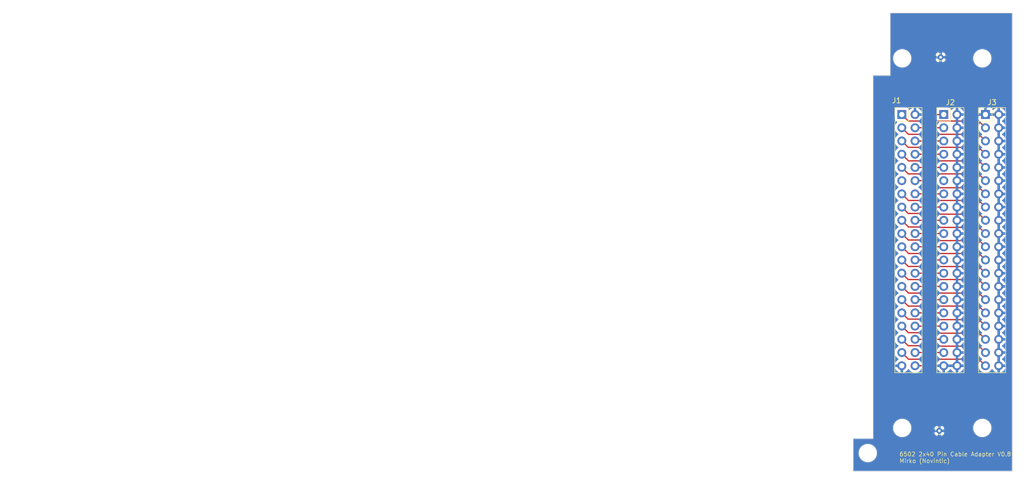
<source format=kicad_pcb>
(kicad_pcb (version 20240108) (generator "pcbnew") (generator_version "8.0")
  (layers (0 "F.Cu" signal) (31 "B.Cu" signal) (34 "B.Paste" user) (35 "F.Paste" user) (36 "B.SilkS" user "B.Silkscreen") (37 "F.SilkS" user "F.Silkscreen") (38 "B.Mask" user) (39 "F.Mask" user) (44 "Edge.Cuts" user))
  (net 0 "")
  (net 1 "UA10")
  (net 2 "UA11")
  (net 3 "UA9")
  (net 4 "UA12")
  (net 5 "UA8")
  (net 6 "UA13")
  (net 7 "UA7")
  (net 8 "UA14")
  (net 9 "UA6")
  (net 10 "UA15")
  (net 11 "UA5")
  (net 12 "UBA(SYNC)")
  (net 13 "UA4")
  (net 14 "UD4")
  (net 15 "UA3")
  (net 16 "UD3")
  (net 17 "UA2")
  (net 18 "UD5")
  (net 19 "UA1")
  (net 20 "UD6")
  (net 21 "UA0")
  (net 22 "U+5V")
  (net 23 "GND")
  (net 24 "UD2")
  (net 25 "CK1")
  (net 26 "UD7")
  (net 27 "USO")
  (net 28 "UD0")
  (net 29 "~{URESET}")
  (net 30 "UD1")
  (net 32 "UTSC")
  (net 33 "UR{slash}~{W}")
  (net 34 "~{UNMI}")
  (net 35 "~{UIRQ}")
  (net 36 "~{UHALT}")
  (net 37 "UVMA")
  (net 38 "UDBE")
  (net 39 "CK2")
  (footprint "Connector_PinHeader_2.54mm:PinHeader_2x20_P2.54mm_Vertical" (layer "F.Cu") (at 79.35 71.5)
    (property "Reference" "J2" (at 1.27 -2.33 0) (layer "F.SilkS"))
    (property "Value" "Conn_02x20_Odd_Even" (hide yes))
    (fp_line (start -1.33 -1.33) (end 0 -1.33) (stroke (width 0.12)) (layer "F.SilkS"))
    (fp_line (start -1.33 0) (end -1.33 -1.33) (stroke (width 0.12)) (layer "F.SilkS"))
    (fp_line (start -1.33 1.27) (end -1.33 49.59) (stroke (width 0.12)) (layer "F.SilkS"))
    (fp_line (start -1.33 1.27) (end 1.27 1.27) (stroke (width 0.12)) (layer "F.SilkS"))
    (fp_line (start -1.33 49.59) (end 3.87 49.59) (stroke (width 0.12)) (layer "F.SilkS"))
    (fp_line (start 1.27 -1.33) (end 3.87 -1.33) (stroke (width 0.12)) (layer "F.SilkS"))
    (fp_line (start 1.27 1.27) (end 1.27 -1.33) (stroke (width 0.12)) (layer "F.SilkS"))
    (fp_line (start 3.87 -1.33) (end 3.87 49.59) (stroke (width 0.12)) (layer "F.SilkS"))
    (pad "1" thru_hole rect (at 0 0) (size 1.7 1.7) (drill 1) (layers "*.Cu" "*.Mask") (net 29 "~{URESET}"))
    (pad "2" thru_hole oval (at 2.54 0) (size 1.7 1.7) (drill 1) (layers "*.Cu" "*.Mask") (net 23 "GND"))
    (pad "3" thru_hole oval (at 0 2.54) (size 1.7 1.7) (drill 1) (layers "*.Cu" "*.Mask") (net 32 "UTSC"))
    (pad "4" thru_hole oval (at 2.54 2.54) (size 1.7 1.7) (drill 1) (layers "*.Cu" "*.Mask") (net 23 "GND"))
    (pad "5" thru_hole oval (at 0 5.08) (size 1.7 1.7) (drill 1) (layers "*.Cu" "*.Mask") (net 27 "USO"))
    (pad "6" thru_hole oval (at 2.54 5.08) (size 1.7 1.7) (drill 1) (layers "*.Cu" "*.Mask") (net 23 "GND"))
    (pad "7" thru_hole oval (at 0 7.62) (size 1.7 1.7) (drill 1) (layers "*.Cu" "*.Mask") (net 39 "CK2"))
    (pad "8" thru_hole oval (at 2.54 7.62) (size 1.7 1.7) (drill 1) (layers "*.Cu" "*.Mask") (net 23 "GND"))
    (pad "9" thru_hole oval (at 0 10.16) (size 1.7 1.7) (drill 1) (layers "*.Cu" "*.Mask") (net 38 "UDBE"))
    (pad "10" thru_hole oval (at 2.54 10.16) (size 1.7 1.7) (drill 1) (layers "*.Cu" "*.Mask") (net 23 "GND"))
    (pad "11" thru_hole oval (at 0 12.7) (size 1.7 1.7) (drill 1) (layers "*.Cu" "*.Mask"))
    (pad "12" thru_hole oval (at 2.54 12.7) (size 1.7 1.7) (drill 1) (layers "*.Cu" "*.Mask") (net 23 "GND"))
    (pad "13" thru_hole oval (at 0 15.24) (size 1.7 1.7) (drill 1) (layers "*.Cu" "*.Mask") (net 33 "UR{slash}~{W}"))
    (pad "14" thru_hole oval (at 2.54 15.24) (size 1.7 1.7) (drill 1) (layers "*.Cu" "*.Mask") (net 23 "GND"))
    (pad "15" thru_hole oval (at 0 17.78) (size 1.7 1.7) (drill 1) (layers "*.Cu" "*.Mask") (net 28 "UD0"))
    (pad "16" thru_hole oval (at 2.54 17.78) (size 1.7 1.7) (drill 1) (layers "*.Cu" "*.Mask") (net 23 "GND"))
    (pad "17" thru_hole oval (at 0 20.32) (size 1.7 1.7) (drill 1) (layers "*.Cu" "*.Mask") (net 30 "UD1"))
    (pad "18" thru_hole oval (at 2.54 20.32) (size 1.7 1.7) (drill 1) (layers "*.Cu" "*.Mask") (net 23 "GND"))
    (pad "19" thru_hole oval (at 0 22.86) (size 1.7 1.7) (drill 1) (layers "*.Cu" "*.Mask") (net 24 "UD2"))
    (pad "20" thru_hole oval (at 2.54 22.86) (size 1.7 1.7) (drill 1) (layers "*.Cu" "*.Mask") (net 23 "GND"))
    (pad "21" thru_hole oval (at 0 25.4) (size 1.7 1.7) (drill 1) (layers "*.Cu" "*.Mask") (net 16 "UD3"))
    (pad "22" thru_hole oval (at 2.54 25.4) (size 1.7 1.7) (drill 1) (layers "*.Cu" "*.Mask") (net 23 "GND"))
    (pad "23" thru_hole oval (at 0 27.94) (size 1.7 1.7) (drill 1) (layers "*.Cu" "*.Mask") (net 14 "UD4"))
    (pad "24" thru_hole oval (at 2.54 27.94) (size 1.7 1.7) (drill 1) (layers "*.Cu" "*.Mask") (net 23 "GND"))
    (pad "25" thru_hole oval (at 0 30.48) (size 1.7 1.7) (drill 1) (layers "*.Cu" "*.Mask") (net 18 "UD5"))
    (pad "26" thru_hole oval (at 2.54 30.48) (size 1.7 1.7) (drill 1) (layers "*.Cu" "*.Mask") (net 23 "GND"))
    (pad "27" thru_hole oval (at 0 33.02) (size 1.7 1.7) (drill 1) (layers "*.Cu" "*.Mask") (net 20 "UD6"))
    (pad "28" thru_hole oval (at 2.54 33.02) (size 1.7 1.7) (drill 1) (layers "*.Cu" "*.Mask") (net 23 "GND"))
    (pad "29" thru_hole oval (at 0 35.56) (size 1.7 1.7) (drill 1) (layers "*.Cu" "*.Mask") (net 26 "UD7"))
    (pad "30" thru_hole oval (at 2.54 35.56) (size 1.7 1.7) (drill 1) (layers "*.Cu" "*.Mask") (net 23 "GND"))
    (pad "31" thru_hole oval (at 0 38.1) (size 1.7 1.7) (drill 1) (layers "*.Cu" "*.Mask") (net 10 "UA15"))
    (pad "32" thru_hole oval (at 2.54 38.1) (size 1.7 1.7) (drill 1) (layers "*.Cu" "*.Mask") (net 23 "GND"))
    (pad "33" thru_hole oval (at 0 40.64) (size 1.7 1.7) (drill 1) (layers "*.Cu" "*.Mask") (net 8 "UA14"))
    (pad "34" thru_hole oval (at 2.54 40.64) (size 1.7 1.7) (drill 1) (layers "*.Cu" "*.Mask") (net 23 "GND"))
    (pad "35" thru_hole oval (at 0 43.18) (size 1.7 1.7) (drill 1) (layers "*.Cu" "*.Mask") (net 6 "UA13"))
    (pad "36" thru_hole oval (at 2.54 43.18) (size 1.7 1.7) (drill 1) (layers "*.Cu" "*.Mask") (net 23 "GND"))
    (pad "37" thru_hole oval (at 0 45.72) (size 1.7 1.7) (drill 1) (layers "*.Cu" "*.Mask") (net 4 "UA12"))
    (pad "38" thru_hole oval (at 2.54 45.72) (size 1.7 1.7) (drill 1) (layers "*.Cu" "*.Mask") (net 23 "GND"))
    (pad "39" thru_hole oval (at 0 48.26) (size 1.7 1.7) (drill 1) (layers "*.Cu" "*.Mask") (net 23 "GND"))
    (pad "40" thru_hole oval (at 2.54 48.26) (size 1.7 1.7) (drill 1) (layers "*.Cu" "*.Mask") (net 23 "GND"))
  )
  (footprint "Connector_PinHeader_1.00mm:PinHeader_1x01_P1.00mm_Vertical" (layer "F.Cu") (at 78.75 60.5)
    (property "Reference" "TP1" (hide yes))
    (property "Value" "TestPoint")
    (fp_line (start -0.695 -0.685) (end 0 -0.685) (stroke (width 0.12)) (layer "F.SilkS"))
    (fp_line (start -0.695 0) (end -0.695 -0.685) (stroke (width 0.12)) (layer "F.SilkS"))
    (fp_line (start -0.695 0.685) (end -0.695 0.56) (stroke (width 0.12)) (layer "F.SilkS"))
    (fp_line (start -0.695 0.685) (end -0.608276 0.685) (stroke (width 0.12)) (layer "F.SilkS"))
    (fp_line (start -0.695 0.685) (end 0.695 0.685) (stroke (width 0.12)) (layer "F.SilkS"))
    (fp_line (start 0.608276 0.685) (end 0.695 0.685) (stroke (width 0.12)) (layer "F.SilkS"))
    (fp_line (start 0.695 0.685) (end 0.695 0.56) (stroke (width 0.12)) (layer "F.SilkS"))
    (pad "1" thru_hole rect (at 0 0) (size 0.85 0.85) (drill 0.5) (layers "*.Cu" "*.Mask") (net 23 "GND"))
  )
  (footprint "Connector_PinHeader_2.54mm:PinHeader_2x20_P2.54mm_Vertical" (layer "F.Cu") (at 71.3 71.5)
    (property "Reference" "J1" (at -1 -2.7 0) (layer "F.SilkS"))
    (property "Value" "A16J2")
    (fp_line (start -1.33 -1.33) (end 0 -1.33) (stroke (width 0.12)) (layer "F.SilkS"))
    (fp_line (start -1.33 0) (end -1.33 -1.33) (stroke (width 0.12)) (layer "F.SilkS"))
    (fp_line (start -1.33 1.27) (end -1.33 49.59) (stroke (width 0.12)) (layer "F.SilkS"))
    (fp_line (start -1.33 1.27) (end 1.27 1.27) (stroke (width 0.12)) (layer "F.SilkS"))
    (fp_line (start -1.33 49.59) (end 3.87 49.59) (stroke (width 0.12)) (layer "F.SilkS"))
    (fp_line (start 1.27 -1.33) (end 3.87 -1.33) (stroke (width 0.12)) (layer "F.SilkS"))
    (fp_line (start 1.27 1.27) (end 1.27 -1.33) (stroke (width 0.12)) (layer "F.SilkS"))
    (fp_line (start 3.87 -1.33) (end 3.87 49.59) (stroke (width 0.12)) (layer "F.SilkS"))
    (pad "1" thru_hole rect (at 0 0) (size 1.7 1.7) (drill 1) (layers "*.Cu" "*.Mask") (net 29 "~{URESET}"))
    (pad "2" thru_hole oval (at 2.54 0) (size 1.7 1.7) (drill 1) (layers "*.Cu" "*.Mask") (net 23 "GND"))
    (pad "3" thru_hole oval (at 0 2.54) (size 1.7 1.7) (drill 1) (layers "*.Cu" "*.Mask") (net 32 "UTSC"))
    (pad "4" thru_hole oval (at 2.54 2.54) (size 1.7 1.7) (drill 1) (layers "*.Cu" "*.Mask") (net 36 "~{UHALT}"))
    (pad "5" thru_hole oval (at 0 5.08) (size 1.7 1.7) (drill 1) (layers "*.Cu" "*.Mask") (net 27 "USO"))
    (pad "6" thru_hole oval (at 2.54 5.08) (size 1.7 1.7) (drill 1) (layers "*.Cu" "*.Mask") (net 25 "CK1"))
    (pad "7" thru_hole oval (at 0 7.62) (size 1.7 1.7) (drill 1) (layers "*.Cu" "*.Mask") (net 39 "CK2"))
    (pad "8" thru_hole oval (at 2.54 7.62) (size 1.7 1.7) (drill 1) (layers "*.Cu" "*.Mask") (net 35 "~{UIRQ}"))
    (pad "9" thru_hole oval (at 0 10.16) (size 1.7 1.7) (drill 1) (layers "*.Cu" "*.Mask") (net 38 "UDBE"))
    (pad "10" thru_hole oval (at 2.54 10.16) (size 1.7 1.7) (drill 1) (layers "*.Cu" "*.Mask") (net 37 "UVMA"))
    (pad "11" thru_hole oval (at 0 12.7) (size 1.7 1.7) (drill 1) (layers "*.Cu" "*.Mask"))
    (pad "12" thru_hole oval (at 2.54 12.7) (size 1.7 1.7) (drill 1) (layers "*.Cu" "*.Mask") (net 34 "~{UNMI}"))
    (pad "13" thru_hole oval (at 0 15.24) (size 1.7 1.7) (drill 1) (layers "*.Cu" "*.Mask") (net 33 "UR{slash}~{W}"))
    (pad "14" thru_hole oval (at 2.54 15.24) (size 1.7 1.7) (drill 1) (layers "*.Cu" "*.Mask") (net 12 "UBA(SYNC)"))
    (pad "15" thru_hole oval (at 0 17.78) (size 1.7 1.7) (drill 1) (layers "*.Cu" "*.Mask") (net 28 "UD0"))
    (pad "16" thru_hole oval (at 2.54 17.78) (size 1.7 1.7) (drill 1) (layers "*.Cu" "*.Mask") (net 22 "U+5V"))
    (pad "17" thru_hole oval (at 0 20.32) (size 1.7 1.7) (drill 1) (layers "*.Cu" "*.Mask") (net 30 "UD1"))
    (pad "18" thru_hole oval (at 2.54 20.32) (size 1.7 1.7) (drill 1) (layers "*.Cu" "*.Mask") (net 21 "UA0"))
    (pad "19" thru_hole oval (at 0 22.86) (size 1.7 1.7) (drill 1) (layers "*.Cu" "*.Mask") (net 24 "UD2"))
    (pad "20" thru_hole oval (at 2.54 22.86) (size 1.7 1.7) (drill 1) (layers "*.Cu" "*.Mask") (net 19 "UA1"))
    (pad "21" thru_hole oval (at 0 25.4) (size 1.7 1.7) (drill 1) (layers "*.Cu" "*.Mask") (net 16 "UD3"))
    (pad "22" thru_hole oval (at 2.54 25.4) (size 1.7 1.7) (drill 1) (layers "*.Cu" "*.Mask") (net 17 "UA2"))
    (pad "23" thru_hole oval (at 0 27.94) (size 1.7 1.7) (drill 1) (layers "*.Cu" "*.Mask") (net 14 "UD4"))
    (pad "24" thru_hole oval (at 2.54 27.94) (size 1.7 1.7) (drill 1) (layers "*.Cu" "*.Mask") (net 15 "UA3"))
    (pad "25" thru_hole oval (at 0 30.48) (size 1.7 1.7) (drill 1) (layers "*.Cu" "*.Mask") (net 18 "UD5"))
    (pad "26" thru_hole oval (at 2.54 30.48) (size 1.7 1.7) (drill 1) (layers "*.Cu" "*.Mask") (net 13 "UA4"))
    (pad "27" thru_hole oval (at 0 33.02) (size 1.7 1.7) (drill 1) (layers "*.Cu" "*.Mask") (net 20 "UD6"))
    (pad "28" thru_hole oval (at 2.54 33.02) (size 1.7 1.7) (drill 1) (layers "*.Cu" "*.Mask") (net 11 "UA5"))
    (pad "29" thru_hole oval (at 0 35.56) (size 1.7 1.7) (drill 1) (layers "*.Cu" "*.Mask") (net 26 "UD7"))
    (pad "30" thru_hole oval (at 2.54 35.56) (size 1.7 1.7) (drill 1) (layers "*.Cu" "*.Mask") (net 9 "UA6"))
    (pad "31" thru_hole oval (at 0 38.1) (size 1.7 1.7) (drill 1) (layers "*.Cu" "*.Mask") (net 10 "UA15"))
    (pad "32" thru_hole oval (at 2.54 38.1) (size 1.7 1.7) (drill 1) (layers "*.Cu" "*.Mask") (net 7 "UA7"))
    (pad "33" thru_hole oval (at 0 40.64) (size 1.7 1.7) (drill 1) (layers "*.Cu" "*.Mask") (net 8 "UA14"))
    (pad "34" thru_hole oval (at 2.54 40.64) (size 1.7 1.7) (drill 1) (layers "*.Cu" "*.Mask") (net 5 "UA8"))
    (pad "35" thru_hole oval (at 0 43.18) (size 1.7 1.7) (drill 1) (layers "*.Cu" "*.Mask") (net 6 "UA13"))
    (pad "36" thru_hole oval (at 2.54 43.18) (size 1.7 1.7) (drill 1) (layers "*.Cu" "*.Mask") (net 3 "UA9"))
    (pad "37" thru_hole oval (at 0 45.72) (size 1.7 1.7) (drill 1) (layers "*.Cu" "*.Mask") (net 4 "UA12"))
    (pad "38" thru_hole oval (at 2.54 45.72) (size 1.7 1.7) (drill 1) (layers "*.Cu" "*.Mask") (net 1 "UA10"))
    (pad "39" thru_hole oval (at 0 48.26) (size 1.7 1.7) (drill 1) (layers "*.Cu" "*.Mask") (net 23 "GND"))
    (pad "40" thru_hole oval (at 2.54 48.26) (size 1.7 1.7) (drill 1) (layers "*.Cu" "*.Mask") (net 2 "UA11"))
  )
  (footprint "Connector_PinHeader_1.00mm:PinHeader_1x01_P1.00mm_Vertical" (layer "F.Cu") (at 78.5 132.25)
    (property "Reference" "TP2" (hide yes))
    (property "Value" "TestPoint")
    (fp_line (start -0.695 -0.685) (end 0 -0.685) (stroke (width 0.12)) (layer "F.SilkS"))
    (fp_line (start -0.695 0) (end -0.695 -0.685) (stroke (width 0.12)) (layer "F.SilkS"))
    (fp_line (start -0.695 0.685) (end -0.695 0.56) (stroke (width 0.12)) (layer "F.SilkS"))
    (fp_line (start -0.695 0.685) (end -0.608276 0.685) (stroke (width 0.12)) (layer "F.SilkS"))
    (fp_line (start -0.695 0.685) (end 0.695 0.685) (stroke (width 0.12)) (layer "F.SilkS"))
    (fp_line (start 0.608276 0.685) (end 0.695 0.685) (stroke (width 0.12)) (layer "F.SilkS"))
    (fp_line (start 0.695 0.685) (end 0.695 0.56) (stroke (width 0.12)) (layer "F.SilkS"))
    (pad "1" thru_hole rect (at 0 0) (size 0.85 0.85) (drill 0.5) (layers "*.Cu" "*.Mask") (net 23 "GND"))
  )
  (footprint "Connector_PinHeader_2.54mm:PinHeader_2x20_P2.54mm_Vertical" (layer "F.Cu") (at 87.35 71.5)
    (property "Reference" "J3" (at 1.27 -2.33 0) (layer "F.SilkS"))
    (property "Value" "Conn_02x20_Odd_Even" (hide yes))
    (fp_line (start -1.33 -1.33) (end 0 -1.33) (stroke (width 0.12)) (layer "F.SilkS"))
    (fp_line (start -1.33 0) (end -1.33 -1.33) (stroke (width 0.12)) (layer "F.SilkS"))
    (fp_line (start -1.33 1.27) (end -1.33 49.59) (stroke (width 0.12)) (layer "F.SilkS"))
    (fp_line (start -1.33 1.27) (end 1.27 1.27) (stroke (width 0.12)) (layer "F.SilkS"))
    (fp_line (start -1.33 49.59) (end 3.87 49.59) (stroke (width 0.12)) (layer "F.SilkS"))
    (fp_line (start 1.27 -1.33) (end 3.87 -1.33) (stroke (width 0.12)) (layer "F.SilkS"))
    (fp_line (start 1.27 1.27) (end 1.27 -1.33) (stroke (width 0.12)) (layer "F.SilkS"))
    (fp_line (start 3.87 -1.33) (end 3.87 49.59) (stroke (width 0.12)) (layer "F.SilkS"))
    (pad "1" thru_hole rect (at 0 0) (size 1.7 1.7) (drill 1) (layers "*.Cu" "*.Mask") (net 23 "GND"))
    (pad "2" thru_hole oval (at 2.54 0) (size 1.7 1.7) (drill 1) (layers "*.Cu" "*.Mask") (net 23 "GND"))
    (pad "3" thru_hole oval (at 0 2.54) (size 1.7 1.7) (drill 1) (layers "*.Cu" "*.Mask") (net 36 "~{UHALT}"))
    (pad "4" thru_hole oval (at 2.54 2.54) (size 1.7 1.7) (drill 1) (layers "*.Cu" "*.Mask") (net 23 "GND"))
    (pad "5" thru_hole oval (at 0 5.08) (size 1.7 1.7) (drill 1) (layers "*.Cu" "*.Mask") (net 25 "CK1"))
    (pad "6" thru_hole oval (at 2.54 5.08) (size 1.7 1.7) (drill 1) (layers "*.Cu" "*.Mask") (net 23 "GND"))
    (pad "7" thru_hole oval (at 0 7.62) (size 1.7 1.7) (drill 1) (layers "*.Cu" "*.Mask") (net 35 "~{UIRQ}"))
    (pad "8" thru_hole oval (at 2.54 7.62) (size 1.7 1.7) (drill 1) (layers "*.Cu" "*.Mask") (net 23 "GND"))
    (pad "9" thru_hole oval (at 0 10.16) (size 1.7 1.7) (drill 1) (layers "*.Cu" "*.Mask") (net 37 "UVMA"))
    (pad "10" thru_hole oval (at 2.54 10.16) (size 1.7 1.7) (drill 1) (layers "*.Cu" "*.Mask") (net 23 "GND"))
    (pad "11" thru_hole oval (at 0 12.7) (size 1.7 1.7) (drill 1) (layers "*.Cu" "*.Mask") (net 34 "~{UNMI}"))
    (pad "12" thru_hole oval (at 2.54 12.7) (size 1.7 1.7) (drill 1) (layers "*.Cu" "*.Mask") (net 23 "GND"))
    (pad "13" thru_hole oval (at 0 15.24) (size 1.7 1.7) (drill 1) (layers "*.Cu" "*.Mask") (net 12 "UBA(SYNC)"))
    (pad "14" thru_hole oval (at 2.54 15.24) (size 1.7 1.7) (drill 1) (layers "*.Cu" "*.Mask") (net 23 "GND"))
    (pad "15" thru_hole oval (at 0 17.78) (size 1.7 1.7) (drill 1) (layers "*.Cu" "*.Mask") (net 22 "U+5V"))
    (pad "16" thru_hole oval (at 2.54 17.78) (size 1.7 1.7) (drill 1) (layers "*.Cu" "*.Mask") (net 23 "GND"))
    (pad "17" thru_hole oval (at 0 20.32) (size 1.7 1.7) (drill 1) (layers "*.Cu" "*.Mask") (net 21 "UA0"))
    (pad "18" thru_hole oval (at 2.54 20.32) (size 1.7 1.7) (drill 1) (layers "*.Cu" "*.Mask") (net 23 "GND"))
    (pad "19" thru_hole oval (at 0 22.86) (size 1.7 1.7) (drill 1) (layers "*.Cu" "*.Mask") (net 19 "UA1"))
    (pad "20" thru_hole oval (at 2.54 22.86) (size 1.7 1.7) (drill 1) (layers "*.Cu" "*.Mask") (net 23 "GND"))
    (pad "21" thru_hole oval (at 0 25.4) (size 1.7 1.7) (drill 1) (layers "*.Cu" "*.Mask") (net 17 "UA2"))
    (pad "22" thru_hole oval (at 2.54 25.4) (size 1.7 1.7) (drill 1) (layers "*.Cu" "*.Mask") (net 23 "GND"))
    (pad "23" thru_hole oval (at 0 27.94) (size 1.7 1.7) (drill 1) (layers "*.Cu" "*.Mask") (net 15 "UA3"))
    (pad "24" thru_hole oval (at 2.54 27.94) (size 1.7 1.7) (drill 1) (layers "*.Cu" "*.Mask") (net 23 "GND"))
    (pad "25" thru_hole oval (at 0 30.48) (size 1.7 1.7) (drill 1) (layers "*.Cu" "*.Mask") (net 13 "UA4"))
    (pad "26" thru_hole oval (at 2.54 30.48) (size 1.7 1.7) (drill 1) (layers "*.Cu" "*.Mask") (net 23 "GND"))
    (pad "27" thru_hole oval (at 0 33.02) (size 1.7 1.7) (drill 1) (layers "*.Cu" "*.Mask") (net 11 "UA5"))
    (pad "28" thru_hole oval (at 2.54 33.02) (size 1.7 1.7) (drill 1) (layers "*.Cu" "*.Mask") (net 23 "GND"))
    (pad "29" thru_hole oval (at 0 35.56) (size 1.7 1.7) (drill 1) (layers "*.Cu" "*.Mask") (net 9 "UA6"))
    (pad "30" thru_hole oval (at 2.54 35.56) (size 1.7 1.7) (drill 1) (layers "*.Cu" "*.Mask") (net 23 "GND"))
    (pad "31" thru_hole oval (at 0 38.1) (size 1.7 1.7) (drill 1) (layers "*.Cu" "*.Mask") (net 7 "UA7"))
    (pad "32" thru_hole oval (at 2.54 38.1) (size 1.7 1.7) (drill 1) (layers "*.Cu" "*.Mask") (net 23 "GND"))
    (pad "33" thru_hole oval (at 0 40.64) (size 1.7 1.7) (drill 1) (layers "*.Cu" "*.Mask") (net 5 "UA8"))
    (pad "34" thru_hole oval (at 2.54 40.64) (size 1.7 1.7) (drill 1) (layers "*.Cu" "*.Mask") (net 23 "GND"))
    (pad "35" thru_hole oval (at 0 43.18) (size 1.7 1.7) (drill 1) (layers "*.Cu" "*.Mask") (net 3 "UA9"))
    (pad "36" thru_hole oval (at 2.54 43.18) (size 1.7 1.7) (drill 1) (layers "*.Cu" "*.Mask") (net 23 "GND"))
    (pad "37" thru_hole oval (at 0 45.72) (size 1.7 1.7) (drill 1) (layers "*.Cu" "*.Mask") (net 1 "UA10"))
    (pad "38" thru_hole oval (at 2.54 45.72) (size 1.7 1.7) (drill 1) (layers "*.Cu" "*.Mask") (net 23 "GND"))
    (pad "39" thru_hole oval (at 0 48.26) (size 1.7 1.7) (drill 1) (layers "*.Cu" "*.Mask") (net 2 "UA11"))
    (pad "40" thru_hole oval (at 2.54 48.26) (size 1.7 1.7) (drill 1) (layers "*.Cu" "*.Mask") (net 23 "GND"))
  )
  (gr_line (start 62 140) (end 62 133.75) (stroke (width 0.1)) (layer "Edge.Cuts"))
  (gr_line (start 69.1 52) (end 69.1 64) (stroke (width 0.1)) (layer "Edge.Cuts"))
  (gr_line (start 65.8 64) (end 65.8 133.75) (stroke (width 0.1)) (layer "Edge.Cuts"))
  (gr_circle (center 71.38 60.7115) (end 73.13 60.7115) (stroke (width 0.05)) (fill none) (layer "Edge.Cuts"))
  (gr_line (start 65.8 64) (end 69.1 64) (stroke (width 0.1)) (layer "Edge.Cuts"))
  (gr_circle (center 86.75 131.7045) (end 88.5 131.7045) (stroke (width 0.05)) (fill none) (layer "Edge.Cuts"))
  (gr_line (start 92.5 52) (end 92.5 140) (stroke (width 0.1)) (layer "Edge.Cuts"))
  (gr_circle (center 64.776 136.5305) (end 66.526 136.5305) (stroke (width 0.05)) (fill none) (layer "Edge.Cuts"))
  (gr_circle (center 86.75 60.7115) (end 88.5 60.7115) (stroke (width 0.05)) (fill none) (layer "Edge.Cuts"))
  (gr_line (start 92.5 140) (end 62 140) (stroke (width 0.1)) (layer "Edge.Cuts"))
  (gr_circle (center 71.38 131.7045) (end 73.13 131.7045) (stroke (width 0.05)) (fill none) (layer "Edge.Cuts"))
  (gr_line (start 62 133.75) (end 65.8 133.75) (stroke (width 0.1)) (layer "Edge.Cuts"))
  (gr_line (start 69.1 52) (end 92.5 52) (stroke (width 0.1)) (layer "Edge.Cuts"))
  (gr_text "6502 2x40 Pin Cable Adapter V0.8\nMirko (Novintic)" (at 70.8 138.5 0) (layer "F.SilkS") (effects (font (size 0.8 0.8) (thickness 0.1)) (justify left bottom)))
  (segment (start 76.08 117.22) (end 77.3 116) (width 0.25) (layer "F.Cu") (net 1))
  (segment (start 77.3 116) (end 86.13 116) (width 0.25) (layer "F.Cu") (net 1))
  (segment (start 86.13 116) (end 87.35 117.22) (width 0.25) (layer "F.Cu") (net 1))
  (segment (start 73.84 117.22) (end 76.08 117.22) (width 0.25) (layer "F.Cu") (net 1))
  (segment (start 76.04 119.76) (end 77.3 118.5) (width 0.25) (layer "F.Cu") (net 2))
  (segment (start 73.84 119.76) (end 76.04 119.76) (width 0.25) (layer "F.Cu") (net 2))
  (segment (start 77.3 118.5) (end 86.09 118.5) (width 0.25) (layer "F.Cu") (net 2))
  (segment (start 86.09 118.5) (end 87.35 119.76) (width 0.25) (layer "F.Cu") (net 2))
  (segment (start 77.295 113.505) (end 86.175 113.505) (width 0.25) (layer "F.Cu") (net 3))
  (segment (start 73.84 114.68) (end 76.12 114.68) (width 0.25) (layer "F.Cu") (net 3))
  (segment (start 76.12 114.68) (end 77.295 113.505) (width 0.25) (layer "F.Cu") (net 3))
  (segment (start 86.175 113.505) (end 87.35 114.68) (width 0.25) (layer "F.Cu") (net 3))
  (segment (start 71.3 117.22) (end 72.58 118.5) (width 0.25) (layer "F.Cu") (net 4))
  (segment (start 77.28 117.22) (end 79.35 117.22) (width 0.25) (layer "F.Cu") (net 4))
  (segment (start 72.58 118.5) (end 76 118.5) (width 0.25) (layer "F.Cu") (net 4))
  (segment (start 76 118.5) (end 77.28 117.22) (width 0.25) (layer "F.Cu") (net 4))
  (segment (start 73.84 112.14) (end 75.96 112.14) (width 0.25) (layer "F.Cu") (net 5))
  (segment (start 77.2 110.9) (end 86.11 110.9) (width 0.25) (layer "F.Cu") (net 5))
  (segment (start 86.11 110.9) (end 87.35 112.14) (width 0.25) (layer "F.Cu") (net 5))
  (segment (start 75.96 112.14) (end 77.2 110.9) (width 0.25) (layer "F.Cu") (net 5))
  (segment (start 72.52 115.9) (end 76.1 115.9) (width 0.25) (layer "F.Cu") (net 6))
  (segment (start 71.3 114.68) (end 72.52 115.9) (width 0.25) (layer "F.Cu") (net 6))
  (segment (start 76.1 115.9) (end 77.32 114.68) (width 0.25) (layer "F.Cu") (net 6))
  (segment (start 77.32 114.68) (end 79.35 114.68) (width 0.25) (layer "F.Cu") (net 6))
  (segment (start 77 108.3) (end 86.05 108.3) (width 0.25) (layer "F.Cu") (net 7))
  (segment (start 75.7 109.6) (end 77 108.3) (width 0.25) (layer "F.Cu") (net 7))
  (segment (start 86.05 108.3) (end 87.35 109.6) (width 0.25) (layer "F.Cu") (net 7))
  (segment (start 73.84 109.6) (end 75.7 109.6) (width 0.25) (layer "F.Cu") (net 7))
  (segment (start 71.3 112.14) (end 72.56 113.4) (width 0.25) (layer "F.Cu") (net 8))
  (segment (start 75.9 113.4) (end 77.16 112.14) (width 0.25) (layer "F.Cu") (net 8))
  (segment (start 77.16 112.14) (end 79.35 112.14) (width 0.25) (layer "F.Cu") (net 8))
  (segment (start 72.56 113.4) (end 75.9 113.4) (width 0.25) (layer "F.Cu") (net 8))
  (segment (start 86.09 105.8) (end 87.35 107.06) (width 0.25) (layer "F.Cu") (net 9))
  (segment (start 76.04 107.06) (end 77.3 105.8) (width 0.25) (layer "F.Cu") (net 9))
  (segment (start 77.3 105.8) (end 86.09 105.8) (width 0.25) (layer "F.Cu") (net 9))
  (segment (start 73.84 107.06) (end 76.04 107.06) (width 0.25) (layer "F.Cu") (net 9))
  (segment (start 71.3 109.6) (end 72.5 110.8) (width 0.25) (layer "F.Cu") (net 10))
  (segment (start 72.5 110.8) (end 75.8 110.8) (width 0.25) (layer "F.Cu") (net 10))
  (segment (start 75.8 110.8) (end 77 109.6) (width 0.25) (layer "F.Cu") (net 10))
  (segment (start 77 109.6) (end 79.35 109.6) (width 0.25) (layer "F.Cu") (net 10))
  (segment (start 77.1 103.2) (end 86.03 103.2) (width 0.25) (layer "F.Cu") (net 11))
  (segment (start 75.78 104.52) (end 77.1 103.2) (width 0.25) (layer "F.Cu") (net 11))
  (segment (start 86.03 103.2) (end 87.35 104.52) (width 0.25) (layer "F.Cu") (net 11))
  (segment (start 73.84 104.52) (end 75.78 104.52) (width 0.25) (layer "F.Cu") (net 11))
  (segment (start 73.84 86.74) (end 75.96 86.74) (width 0.25) (layer "F.Cu") (net 12))
  (segment (start 75.96 86.74) (end 77.135 85.565) (width 0.25) (layer "F.Cu") (net 12))
  (segment (start 86.175 85.565) (end 87.35 86.74) (width 0.25) (layer "F.Cu") (net 12))
  (segment (start 77.135 85.565) (end 86.175 85.565) (width 0.25) (layer "F.Cu") (net 12))
  (segment (start 77.4 100.7) (end 86.07 100.7) (width 0.25) (layer "F.Cu") (net 13))
  (segment (start 73.84 101.98) (end 76.12 101.98) (width 0.25) (layer "F.Cu") (net 13))
  (segment (start 76.12 101.98) (end 77.4 100.7) (width 0.25) (layer "F.Cu") (net 13))
  (segment (start 86.07 100.7) (end 87.35 101.98) (width 0.25) (layer "F.Cu") (net 13))
  (segment (start 71.3 99.44) (end 72.54 100.68) (width 0.25) (layer "F.Cu") (net 14))
  (segment (start 72.54 100.68) (end 76.18 100.68) (width 0.25) (layer "F.Cu") (net 14))
  (segment (start 76.18 100.68) (end 77.42 99.44) (width 0.25) (layer "F.Cu") (net 14))
  (segment (start 77.42 99.44) (end 79.35 99.44) (width 0.25) (layer "F.Cu") (net 14))
  (segment (start 77.2 98.2) (end 86.11 98.2) (width 0.25) (layer "F.Cu") (net 15))
  (segment (start 75.96 99.44) (end 77.2 98.2) (width 0.25) (layer "F.Cu") (net 15))
  (segment (start 86.11 98.2) (end 87.35 99.44) (width 0.25) (layer "F.Cu") (net 15))
  (segment (start 73.84 99.44) (end 75.96 99.44) (width 0.25) (layer "F.Cu") (net 15))
  (segment (start 76.075 98.2) (end 77.375 96.9) (width 0.25) (layer "F.Cu") (net 16))
  (segment (start 72.6 98.2) (end 76.075 98.2) (width 0.25) (layer "F.Cu") (net 16))
  (segment (start 77.375 96.9) (end 79.35 96.9) (width 0.25) (layer "F.Cu") (net 16))
  (segment (start 71.3 96.9) (end 72.6 98.2) (width 0.25) (layer "F.Cu") (net 16))
  (segment (start 77.275 95.725) (end 86.175 95.725) (width 0.25) (layer "F.Cu") (net 17))
  (segment (start 86.175 95.725) (end 87.35 96.9) (width 0.25) (layer "F.Cu") (net 17))
  (segment (start 73.84 96.9) (end 76.1 96.9) (width 0.25) (layer "F.Cu") (net 17))
  (segment (start 76.1 96.9) (end 77.275 95.725) (width 0.25) (layer "F.Cu") (net 17))
  (segment (start 71.3 101.98) (end 72.52 103.2) (width 0.25) (layer "F.Cu") (net 18))
  (segment (start 77.22 101.98) (end 79.35 101.98) (width 0.25) (layer "F.Cu") (net 18))
  (segment (start 76 103.2) (end 77.22 101.98) (width 0.25) (layer "F.Cu") (net 18))
  (segment (start 72.52 103.2) (end 76 103.2) (width 0.25) (layer "F.Cu") (net 18))
  (segment (start 86.175 93.185) (end 87.35 94.36) (width 0.25) (layer "F.Cu") (net 19))
  (segment (start 75.94 94.36) (end 77.115 93.185) (width 0.25) (layer "F.Cu") (net 19))
  (segment (start 77.115 93.185) (end 86.175 93.185) (width 0.25) (layer "F.Cu") (net 19))
  (segment (start 73.84 94.36) (end 75.94 94.36) (width 0.25) (layer "F.Cu") (net 19))
  (segment (start 77.18 104.52) (end 79.35 104.52) (width 0.25) (layer "F.Cu") (net 20))
  (segment (start 71.3 104.52) (end 72.58 105.8) (width 0.25) (layer "F.Cu") (net 20))
  (segment (start 75.9 105.8) (end 77.18 104.52) (width 0.25) (layer "F.Cu") (net 20))
  (segment (start 72.58 105.8) (end 75.9 105.8) (width 0.25) (layer "F.Cu") (net 20))
  (segment (start 77.155 90.645) (end 86.175 90.645) (width 0.25) (layer "F.Cu") (net 21))
  (segment (start 75.98 91.82) (end 77.155 90.645) (width 0.25) (layer "F.Cu") (net 21))
  (segment (start 86.175 90.645) (end 87.35 91.82) (width 0.25) (layer "F.Cu") (net 21))
  (segment (start 73.84 91.82) (end 75.98 91.82) (width 0.25) (layer "F.Cu") (net 21))
  (segment (start 86.07 88) (end 87.35 89.28) (width 0.25) (layer "F.Cu") (net 22))
  (segment (start 76.02 89.28) (end 77.3 88) (width 0.25) (layer "F.Cu") (net 22))
  (segment (start 77.3 88) (end 86.07 88) (width 0.25) (layer "F.Cu") (net 22))
  (segment (start 73.84 89.28) (end 76.02 89.28) (width 0.25) (layer "F.Cu") (net 22))
  (segment (start 71.3 94.36) (end 72.54 95.6) (width 0.25) (layer "F.Cu") (net 24))
  (segment (start 76 95.6) (end 77.24 94.36) (width 0.25) (layer "F.Cu") (net 24))
  (segment (start 77.24 94.36) (end 79.35 94.36) (width 0.25) (layer "F.Cu") (net 24))
  (segment (start 72.54 95.6) (end 76 95.6) (width 0.25) (layer "F.Cu") (net 24))
  (segment (start 77.45915 75.3) (end 86.07 75.3) (width 0.25) (layer "F.Cu") (net 25))
  (segment (start 86.07 75.3) (end 87.35 76.58) (width 0.25) (layer "F.Cu") (net 25))
  (segment (start 76.17915 76.58) (end 77.45915 75.3) (width 0.25) (layer "F.Cu") (net 25))
  (segment (start 73.84 76.58) (end 76.17915 76.58) (width 0.25) (layer "F.Cu") (net 25))
  (segment (start 71.3 107.06) (end 72.54 108.3) (width 0.25) (layer "F.Cu") (net 26))
  (segment (start 72.54 108.3) (end 75.9 108.3) (width 0.25) (layer "F.Cu") (net 26))
  (segment (start 75.9 108.3) (end 77.14 107.06) (width 0.25) (layer "F.Cu") (net 26))
  (segment (start 77.14 107.06) (end 79.35 107.06) (width 0.25) (layer "F.Cu") (net 26))
  (segment (start 71.3 76.58) (end 72.52 77.8) (width 0.25) (layer "F.Cu") (net 27))
  (segment (start 76 77.8) (end 77.22 76.58) (width 0.25) (layer "F.Cu") (net 27))
  (segment (start 77.22 76.58) (end 79.35 76.58) (width 0.25) (layer "F.Cu") (net 27))
  (segment (start 72.52 77.8) (end 76 77.8) (width 0.25) (layer "F.Cu") (net 27))
  (segment (start 71.3 89.28) (end 72.52 90.5) (width 0.25) (layer "F.Cu") (net 28))
  (segment (start 77.32 89.28) (end 79.35 89.28) (width 0.25) (layer "F.Cu") (net 28))
  (segment (start 72.52 90.5) (end 76.1 90.5) (width 0.25) (layer "F.Cu") (net 28))
  (segment (start 76.1 90.5) (end 77.32 89.28) (width 0.25) (layer "F.Cu") (net 28))
  (segment (start 71.3 71.5) (end 72.55 72.75) (width 0.25) (layer "F.Cu") (net 29))
  (segment (start 76 72.75) (end 77.25 71.5) (width 0.25) (layer "F.Cu") (net 29))
  (segment (start 77.25 71.5) (end 79.35 71.5) (width 0.25) (layer "F.Cu") (net 29))
  (segment (start 72.55 72.75) (end 76 72.75) (width 0.25) (layer "F.Cu") (net 29))
  (segment (start 71.3 91.82) (end 72.58 93.1) (width 0.25) (layer "F.Cu") (net 30))
  (segment (start 72.58 93.1) (end 76 93.1) (width 0.25) (layer "F.Cu") (net 30))
  (segment (start 77.28 91.82) (end 79.35 91.82) (width 0.25) (layer "F.Cu") (net 30))
  (segment (start 76 93.1) (end 77.28 91.82) (width 0.25) (layer "F.Cu") (net 30))
  (segment (start 77.405 74.04) (end 79.35 74.04) (width 0.25) (layer "F.Cu") (net 32))
  (segment (start 71.3 74.04) (end 72.56 75.3) (width 0.25) (layer "F.Cu") (net 32))
  (segment (start 76.145 75.3) (end 77.405 74.04) (width 0.25) (layer "F.Cu") (net 32))
  (segment (start 72.56 75.3) (end 76.145 75.3) (width 0.25) (layer "F.Cu") (net 32))
  (segment (start 77.06 86.74) (end 79.35 86.74) (width 0.25) (layer "F.Cu") (net 33))
  (segment (start 72.56 88) (end 75.8 88) (width 0.25) (layer "F.Cu") (net 33))
  (segment (start 71.3 86.74) (end 72.56 88) (width 0.25) (layer "F.Cu") (net 33))
  (segment (start 75.8 88) (end 77.06 86.74) (width 0.25) (layer "F.Cu") (net 33))
  (segment (start 76.1 84.2) (end 77.4 82.9) (width 0.25) (layer "F.Cu") (net 34))
  (segment (start 73.84 84.2) (end 76.1 84.2) (width 0.25) (layer "F.Cu") (net 34))
  (segment (start 77.4 82.9) (end 86.05 82.9) (width 0.25) (layer "F.Cu") (net 34))
  (segment (start 86.05 82.9) (end 87.35 84.2) (width 0.25) (layer "F.Cu") (net 34))
  (segment (start 77.2 77.8) (end 86.03 77.8) (width 0.25) (layer "F.Cu") (net 35))
  (segment (start 75.88 79.12) (end 77.2 77.8) (width 0.25) (layer "F.Cu") (net 35))
  (segment (start 73.84 79.12) (end 75.88 79.12) (width 0.25) (layer "F.Cu") (net 35))
  (segment (start 86.03 77.8) (end 87.35 79.12) (width 0.25) (layer "F.Cu") (net 35))
  (segment (start 77.25 72.75) (end 86.06 72.75) (width 0.25) (layer "F.Cu") (net 36))
  (segment (start 75.96 74.04) (end 77.25 72.75) (width 0.25) (layer "F.Cu") (net 36))
  (segment (start 86.06 72.75) (end 87.35 74.04) (width 0.25) (layer "F.Cu") (net 36))
  (segment (start 73.84 74.04) (end 75.96 74.04) (width 0.25) (layer "F.Cu") (net 36))
  (segment (start 76.04 81.66) (end 77.3 80.4) (width 0.25) (layer "F.Cu") (net 37))
  (segment (start 73.84 81.66) (end 76.04 81.66) (width 0.25) (layer "F.Cu") (net 37))
  (segment (start 77.3 80.4) (end 86.09 80.4) (width 0.25) (layer "F.Cu") (net 37))
  (segment (start 86.09 80.4) (end 87.35 81.66) (width 0.25) (layer "F.Cu") (net 37))
  (segment (start 72.54 82.9) (end 76.105 82.9) (width 0.25) (layer "F.Cu") (net 38))
  (segment (start 76.105 82.9) (end 77.345 81.66) (width 0.25) (layer "F.Cu") (net 38))
  (segment (start 77.345 81.66) (end 79.35 81.66) (width 0.25) (layer "F.Cu") (net 38))
  (segment (start 71.3 81.66) (end 72.54 82.9) (width 0.25) (layer "F.Cu") (net 38))
  (segment (start 77.18 79.12) (end 79.35 79.12) (width 0.25) (layer "F.Cu") (net 39))
  (segment (start 71.3 79.12) (end 72.58 80.4) (width 0.25) (layer "F.Cu") (net 39))
  (segment (start 72.58 80.4) (end 75.9 80.4) (width 0.25) (layer "F.Cu") (net 39))
  (segment (start 75.9 80.4) (end 77.18 79.12) (width 0.25) (layer "F.Cu") (net 39))
  (zone (net 23) (net_name "GND") (layer "B.Cu") (connect_pads (clearance 0.5)) (min_thickness 0.25) (fill yes (thermal_gap 0.5) (thermal_bridge_width 0.5))
    (polygon (pts (xy 57.5 50) (xy 94.75 50) (xy 94.75 142.25) (xy 57.75 142.25) (xy 57.25 141.75) (xy 57.25 50) (xy 57.75 49.5) (xy 58 49.75) (xy 57.75 49.75)))
  )
)
</source>
